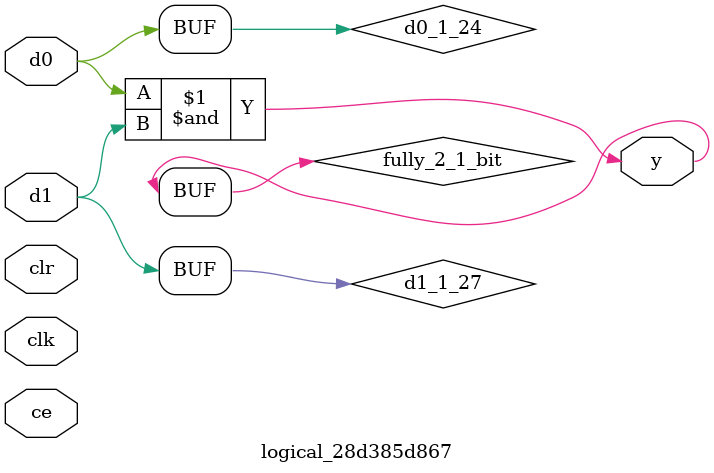
<source format=v>
module logical_28d385d867 (
  input [(1 - 1):0] d0,
  input [(1 - 1):0] d1,
  output [(1 - 1):0] y,
  input clk,
  input ce,
  input clr);
  wire d0_1_24;
  wire d1_1_27;
  wire fully_2_1_bit;
  assign d0_1_24 = d0;
  assign d1_1_27 = d1;
  assign fully_2_1_bit = d0_1_24 & d1_1_27;
  assign y = fully_2_1_bit;
endmodule
</source>
